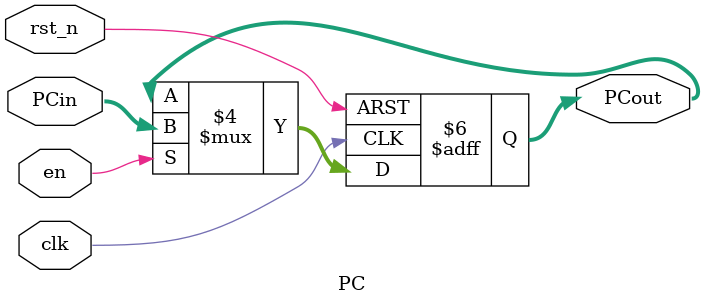
<source format=v>
module PC(
	input clk,rst_n,en,
	input [31:0]PCin,
	output reg [31:0]PCout
    );

	always@(posedge clk,negedge rst_n)
	begin
		if(~rst_n) PCout <= 0;
		else if(en) PCout <= PCin;
		else PCout <= PCout;
	end

endmodule

</source>
